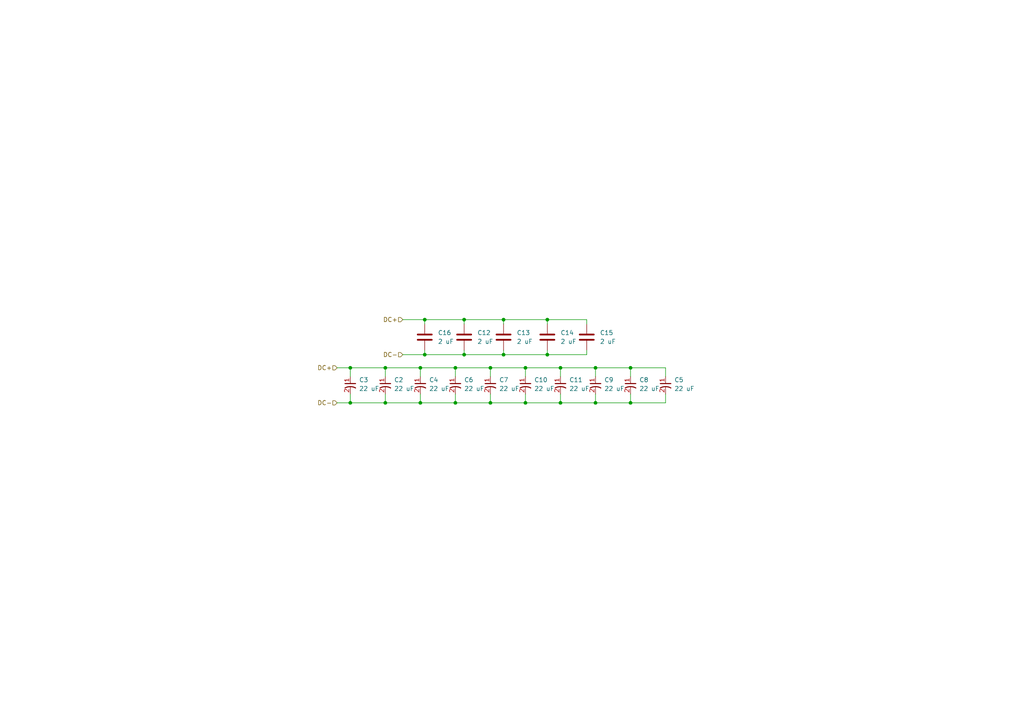
<source format=kicad_sch>
(kicad_sch (version 20250114) (generator "eeschema") (generator_version "9.0")
  (paper "A4")
  (lib_symbols
    (symbol "SiC_Inverter:ESH226M500AL4AA"
      (property "Reference" "C" (at 5.588 -1.27 0))
      (property "Value" "22 uF" (at 7.62 -3.048 0))
      (symbol "ESH226M500AL4AA_0_1"
        (polyline (pts (xy 1.016 -2.032) (xy 4.064 -2.032)) (stroke (width 0.3048)))
        (polyline (pts (xy 1.27 -1.016) (xy 1.778 -1.016)))
        (arc (start 1.016 -3.302) (mid 2.54 -2.9134) (end 4.064 -3.302) (stroke (width 0.3048)))
      )
      (symbol "ESH226M500AL4AA_1_1"
        (pin passive line (at 2.54 0 270) (length 2.032) (name "~") (number "1"))
        (pin passive line (at 2.54 -5.08 90) (length 2.032) (name "~") (number "2"))
      )
    )
    (symbol "SiC_Inverter:MKP1848C52050JK2" (pin_numbers (hide yes)) (pin_names (offset 0.254))
      (property "Reference" "C" (at 2.794 2.286 0))
      (property "Value" "2 uF" (at 3.048 -0.254 0))
      (symbol "MKP1848C52050JK2_0_1"
        (polyline (pts (xy -2.032 0.762) (xy 2.032 0.762)) (stroke (width 0.508)))
        (polyline (pts (xy -2.032 -0.762) (xy 2.032 -0.762)) (stroke (width 0.508)))
      )
      (symbol "MKP1848C52050JK2_1_1"
        (pin passive line (at 0 3.81 270) (length 2.794) (name "~") (number "1"))
        (pin passive line (at 0 -3.81 90) (length 2.794) (name "~") (number "2"))
      )
    )
  )
  (junction (at 121.92 106.68))
  (junction (at 182.88 106.68))
  (junction (at 162.56 106.68))
  (junction (at 132.08 116.84))
  (junction (at 146.05 102.87))
  (junction (at 111.76 116.84))
  (junction (at 121.92 116.84))
  (junction (at 132.08 106.68))
  (junction (at 172.72 106.68))
  (junction (at 142.24 116.84))
  (junction (at 152.4 106.68))
  (junction (at 134.62 92.71))
  (junction (at 123.19 102.87))
  (junction (at 101.6 106.68))
  (junction (at 152.4 116.84))
  (junction (at 134.62 102.87))
  (junction (at 172.72 116.84))
  (junction (at 158.75 102.87))
  (junction (at 182.88 116.84))
  (junction (at 146.05 92.71))
  (junction (at 158.75 92.71))
  (junction (at 123.19 92.71))
  (junction (at 142.24 106.68))
  (junction (at 111.76 106.68))
  (junction (at 101.6 116.84))
  (junction (at 162.56 116.84))
  (wire (pts (xy 152.4 106.68) (xy 162.56 106.68)))
  (wire (pts (xy 134.62 92.71) (xy 123.19 92.71)))
  (wire (pts (xy 152.4 109.22) (xy 152.4 106.68)))
  (wire (pts (xy 170.18 101.6) (xy 170.18 102.87)))
  (wire (pts (xy 158.75 101.6) (xy 158.75 102.87)))
  (wire (pts (xy 134.62 101.6) (xy 134.62 102.87)))
  (wire (pts (xy 132.08 106.68) (xy 142.24 106.68)))
  (wire (pts (xy 132.08 114.3) (xy 132.08 116.84)))
  (wire (pts (xy 152.4 114.3) (xy 152.4 116.84)))
  (wire (pts (xy 132.08 109.22) (xy 132.08 106.68)))
  (wire (pts (xy 123.19 92.71) (xy 123.19 93.98)))
  (wire (pts (xy 172.72 116.84) (xy 182.88 116.84)))
  (wire (pts (xy 182.88 116.84) (xy 193.04 116.84)))
  (wire (pts (xy 162.56 109.22) (xy 162.56 106.68)))
  (wire (pts (xy 121.92 109.22) (xy 121.92 106.68)))
  (wire (pts (xy 158.75 102.87) (xy 146.05 102.87)))
  (wire (pts (xy 158.75 93.98) (xy 158.75 92.71)))
  (wire (pts (xy 134.62 93.98) (xy 134.62 92.71)))
  (wire (pts (xy 162.56 116.84) (xy 152.4 116.84)))
  (wire (pts (xy 111.76 116.84) (xy 121.92 116.84)))
  (wire (pts (xy 182.88 114.3) (xy 182.88 116.84)))
  (wire (pts (xy 101.6 109.22) (xy 101.6 106.68)))
  (wire (pts (xy 146.05 93.98) (xy 146.05 92.71)))
  (wire (pts (xy 116.84 92.71) (xy 123.19 92.71)))
  (wire (pts (xy 101.6 114.3) (xy 101.6 116.84)))
  (wire (pts (xy 170.18 93.98) (xy 170.18 92.71)))
  (wire (pts (xy 193.04 109.22) (xy 193.04 106.68)))
  (wire (pts (xy 182.88 109.22) (xy 182.88 106.68)))
  (wire (pts (xy 162.56 106.68) (xy 172.72 106.68)))
  (wire (pts (xy 162.56 116.84) (xy 172.72 116.84)))
  (wire (pts (xy 121.92 106.68) (xy 111.76 106.68)))
  (wire (pts (xy 152.4 106.68) (xy 142.24 106.68)))
  (wire (pts (xy 142.24 116.84) (xy 132.08 116.84)))
  (wire (pts (xy 172.72 106.68) (xy 182.88 106.68)))
  (wire (pts (xy 97.79 106.68) (xy 101.6 106.68)))
  (wire (pts (xy 121.92 114.3) (xy 121.92 116.84)))
  (wire (pts (xy 158.75 92.71) (xy 170.18 92.71)))
  (wire (pts (xy 193.04 106.68) (xy 182.88 106.68)))
  (wire (pts (xy 123.19 102.87) (xy 134.62 102.87)))
  (wire (pts (xy 142.24 114.3) (xy 142.24 116.84)))
  (wire (pts (xy 134.62 102.87) (xy 146.05 102.87)))
  (wire (pts (xy 111.76 109.22) (xy 111.76 106.68)))
  (wire (pts (xy 162.56 114.3) (xy 162.56 116.84)))
  (wire (pts (xy 123.19 102.87) (xy 123.19 101.6)))
  (wire (pts (xy 146.05 101.6) (xy 146.05 102.87)))
  (wire (pts (xy 101.6 106.68) (xy 111.76 106.68)))
  (wire (pts (xy 101.6 116.84) (xy 97.79 116.84)))
  (wire (pts (xy 146.05 92.71) (xy 158.75 92.71)))
  (wire (pts (xy 172.72 114.3) (xy 172.72 116.84)))
  (wire (pts (xy 116.84 102.87) (xy 123.19 102.87)))
  (wire (pts (xy 132.08 116.84) (xy 121.92 116.84)))
  (wire (pts (xy 142.24 109.22) (xy 142.24 106.68)))
  (wire (pts (xy 170.18 102.87) (xy 158.75 102.87)))
  (wire (pts (xy 193.04 114.3) (xy 193.04 116.84)))
  (wire (pts (xy 146.05 92.71) (xy 134.62 92.71)))
  (wire (pts (xy 172.72 109.22) (xy 172.72 106.68)))
  (wire (pts (xy 152.4 116.84) (xy 142.24 116.84)))
  (wire (pts (xy 111.76 116.84) (xy 101.6 116.84)))
  (wire (pts (xy 132.08 106.68) (xy 121.92 106.68)))
  (wire (pts (xy 111.76 114.3) (xy 111.76 116.84)))
  (hierarchical_label "DC+" (shape input) (at 97.79 106.68 180))
  (hierarchical_label "DC-" (shape input) (at 116.84 102.87 180))
  (hierarchical_label "DC-" (shape input) (at 97.79 116.84 180))
  (hierarchical_label "DC+" (shape input) (at 116.84 92.71 180))
  (symbol (lib_id "SiC_Inverter:ESH226M500AL4AA") (at 149.86 109.22 0) (unit 1)
    (property "Reference" "C10" (at 154.94 110.1851 0) (effects (justify left)))
    (property "Value" "22 uF" (at 154.94 112.7251 0) (effects (justify left)))
    (property "Footprint" "SiC_Inverter:ESH226M500AL4AA" (effects (hide yes)))
    (property "Datasheet" "https://www.mouser.com/datasheet/3/72/1/ESH226M500AL4AA.pdf" (effects (hide yes)))
    (property "Description" "ESH, Aluminum, Aluminum Electrolytic, 22 uF, 20%, 500 VDC, -25/+105°C, 5 mm" (effects (hide yes)))
  )
  (symbol (lib_id "SiC_Inverter:MKP1848C52050JK2") (at 170.18 97.79 0) (unit 1)
    (property "Reference" "C15" (at 173.99 96.5199 0) (effects (justify left)))
    (property "Value" "2 uF" (at 173.99 99.0599 0) (effects (justify left)))
    (property "Footprint" "SiC_Inverter:MKP1848C52050JK2" (effects (hide yes)))
    (property "Datasheet" "https://www.vishay.com/docs/26015/mkp1848cdclink.pdf" (effects (hide yes)))
    (property "Description" "Film Capacitors 2 uF 5% 500V" (effects (hide yes)))
  )
  (symbol (lib_id "SiC_Inverter:ESH226M500AL4AA") (at 170.18 109.22 0) (unit 1)
    (property "Reference" "C9" (at 175.26 110.1851 0) (effects (justify left)))
    (property "Value" "22 uF" (at 175.26 112.7251 0) (effects (justify left)))
    (property "Footprint" "SiC_Inverter:ESH226M500AL4AA" (effects (hide yes)))
    (property "Datasheet" "https://www.mouser.com/datasheet/3/72/1/ESH226M500AL4AA.pdf" (effects (hide yes)))
    (property "Description" "ESH, Aluminum, Aluminum Electrolytic, 22 uF, 20%, 500 VDC, -25/+105°C, 5 mm" (effects (hide yes)))
  )
  (symbol (lib_id "SiC_Inverter:MKP1848C52050JK2") (at 134.62 97.79 0) (unit 1)
    (property "Reference" "C12" (at 138.43 96.5199 0) (effects (justify left)))
    (property "Value" "2 uF" (at 138.43 99.0599 0) (effects (justify left)))
    (property "Footprint" "SiC_Inverter:MKP1848C52050JK2" (effects (hide yes)))
    (property "Datasheet" "https://www.vishay.com/docs/26015/mkp1848cdclink.pdf" (effects (hide yes)))
    (property "Description" "Film Capacitors 2 uF 5% 500V" (effects (hide yes)))
  )
  (symbol (lib_id "SiC_Inverter:ESH226M500AL4AA") (at 129.54 109.22 0) (unit 1)
    (property "Reference" "C6" (at 134.62 110.1851 0) (effects (justify left)))
    (property "Value" "22 uF" (at 134.62 112.7251 0) (effects (justify left)))
    (property "Footprint" "SiC_Inverter:ESH226M500AL4AA" (effects (hide yes)))
    (property "Datasheet" "https://www.mouser.com/datasheet/3/72/1/ESH226M500AL4AA.pdf" (effects (hide yes)))
    (property "Description" "ESH, Aluminum, Aluminum Electrolytic, 22 uF, 20%, 500 VDC, -25/+105°C, 5 mm" (effects (hide yes)))
  )
  (symbol (lib_id "SiC_Inverter:MKP1848C52050JK2") (at 123.19 97.79 0) (unit 1)
    (property "Reference" "C16" (at 127 96.5199 0) (effects (justify left)))
    (property "Value" "2 uF" (at 127 99.0599 0) (effects (justify left)))
    (property "Footprint" "SiC_Inverter:MKP1848C52050JK2" (effects (hide yes)))
    (property "Datasheet" "https://www.vishay.com/docs/26015/mkp1848cdclink.pdf" (effects (hide yes)))
    (property "Description" "Film Capacitors 2 uF 5% 500V" (effects (hide yes)))
  )
  (symbol (lib_id "SiC_Inverter:MKP1848C52050JK2") (at 158.75 97.79 0) (unit 1)
    (property "Reference" "C14" (at 162.56 96.5199 0) (effects (justify left)))
    (property "Value" "2 uF" (at 162.56 99.0599 0) (effects (justify left)))
    (property "Footprint" "SiC_Inverter:MKP1848C52050JK2" (effects (hide yes)))
    (property "Datasheet" "https://www.vishay.com/docs/26015/mkp1848cdclink.pdf" (effects (hide yes)))
    (property "Description" "Film Capacitors 2 uF 5% 500V" (effects (hide yes)))
  )
  (symbol (lib_id "SiC_Inverter:ESH226M500AL4AA") (at 160.02 109.22 0) (unit 1)
    (property "Reference" "C11" (at 165.1 110.1851 0) (effects (justify left)))
    (property "Value" "22 uF" (at 165.1 112.7251 0) (effects (justify left)))
    (property "Footprint" "SiC_Inverter:ESH226M500AL4AA" (effects (hide yes)))
    (property "Datasheet" "https://www.mouser.com/datasheet/3/72/1/ESH226M500AL4AA.pdf" (effects (hide yes)))
    (property "Description" "ESH, Aluminum, Aluminum Electrolytic, 22 uF, 20%, 500 VDC, -25/+105°C, 5 mm" (effects (hide yes)))
  )
  (symbol (lib_id "SiC_Inverter:ESH226M500AL4AA") (at 119.38 109.22 0) (unit 1)
    (property "Reference" "C4" (at 124.46 110.1851 0) (effects (justify left)))
    (property "Value" "22 uF" (at 124.46 112.7251 0) (effects (justify left)))
    (property "Footprint" "SiC_Inverter:ESH226M500AL4AA" (effects (hide yes)))
    (property "Datasheet" "https://www.mouser.com/datasheet/3/72/1/ESH226M500AL4AA.pdf" (effects (hide yes)))
    (property "Description" "ESH, Aluminum, Aluminum Electrolytic, 22 uF, 20%, 500 VDC, -25/+105°C, 5 mm" (effects (hide yes)))
  )
  (symbol (lib_id "SiC_Inverter:ESH226M500AL4AA") (at 139.7 109.22 0) (unit 1)
    (property "Reference" "C7" (at 144.78 110.1851 0) (effects (justify left)))
    (property "Value" "22 uF" (at 144.78 112.7251 0) (effects (justify left)))
    (property "Footprint" "SiC_Inverter:ESH226M500AL4AA" (effects (hide yes)))
    (property "Datasheet" "https://www.mouser.com/datasheet/3/72/1/ESH226M500AL4AA.pdf" (effects (hide yes)))
    (property "Description" "ESH, Aluminum, Aluminum Electrolytic, 22 uF, 20%, 500 VDC, -25/+105°C, 5 mm" (effects (hide yes)))
  )
  (symbol (lib_id "SiC_Inverter:ESH226M500AL4AA") (at 180.34 109.22 0) (unit 1)
    (property "Reference" "C8" (at 185.42 110.1851 0) (effects (justify left)))
    (property "Value" "22 uF" (at 185.42 112.7251 0) (effects (justify left)))
    (property "Footprint" "SiC_Inverter:ESH226M500AL4AA" (effects (hide yes)))
    (property "Datasheet" "https://www.mouser.com/datasheet/3/72/1/ESH226M500AL4AA.pdf" (effects (hide yes)))
    (property "Description" "ESH, Aluminum, Aluminum Electrolytic, 22 uF, 20%, 500 VDC, -25/+105°C, 5 mm" (effects (hide yes)))
  )
  (symbol (lib_id "SiC_Inverter:MKP1848C52050JK2") (at 146.05 97.79 0) (unit 1)
    (property "Reference" "C13" (at 149.86 96.5199 0) (effects (justify left)))
    (property "Value" "2 uF" (at 149.86 99.0599 0) (effects (justify left)))
    (property "Footprint" "SiC_Inverter:MKP1848C52050JK2" (effects (hide yes)))
    (property "Datasheet" "https://www.vishay.com/docs/26015/mkp1848cdclink.pdf" (effects (hide yes)))
    (property "Description" "Film Capacitors 2 uF 5% 500V" (effects (hide yes)))
  )
  (symbol (lib_id "SiC_Inverter:ESH226M500AL4AA") (at 109.22 109.22 0) (unit 1)
    (property "Reference" "C2" (at 114.3 110.1851 0) (effects (justify left)))
    (property "Value" "22 uF" (at 114.3 112.7251 0) (effects (justify left)))
    (property "Footprint" "SiC_Inverter:ESH226M500AL4AA" (effects (hide yes)))
    (property "Datasheet" "https://www.mouser.com/datasheet/3/72/1/ESH226M500AL4AA.pdf" (effects (hide yes)))
    (property "Description" "ESH, Aluminum, Aluminum Electrolytic, 22 uF, 20%, 500 VDC, -25/+105°C, 5 mm" (effects (hide yes)))
  )
  (symbol (lib_id "SiC_Inverter:ESH226M500AL4AA") (at 190.5 109.22 0) (unit 1)
    (property "Reference" "C5" (at 195.58 110.1851 0) (effects (justify left)))
    (property "Value" "22 uF" (at 195.58 112.7251 0) (effects (justify left)))
    (property "Footprint" "SiC_Inverter:ESH226M500AL4AA" (effects (hide yes)))
    (property "Datasheet" "https://www.mouser.com/datasheet/3/72/1/ESH226M500AL4AA.pdf" (effects (hide yes)))
    (property "Description" "ESH, Aluminum, Aluminum Electrolytic, 22 uF, 20%, 500 VDC, -25/+105°C, 5 mm" (effects (hide yes)))
  )
  (symbol (lib_id "SiC_Inverter:ESH226M500AL4AA") (at 99.06 109.22 0) (unit 1)
    (property "Reference" "C3" (at 104.14 110.1851 0) (effects (justify left)))
    (property "Value" "22 uF" (at 104.14 112.7251 0) (effects (justify left)))
    (property "Footprint" "SiC_Inverter:ESH226M500AL4AA" (effects (hide yes)))
    (property "Datasheet" "https://www.mouser.com/datasheet/3/72/1/ESH226M500AL4AA.pdf" (effects (hide yes)))
    (property "Description" "ESH, Aluminum, Aluminum Electrolytic, 22 uF, 20%, 500 VDC, -25/+105°C, 5 mm" (effects (hide yes)))
  )
)
</source>
